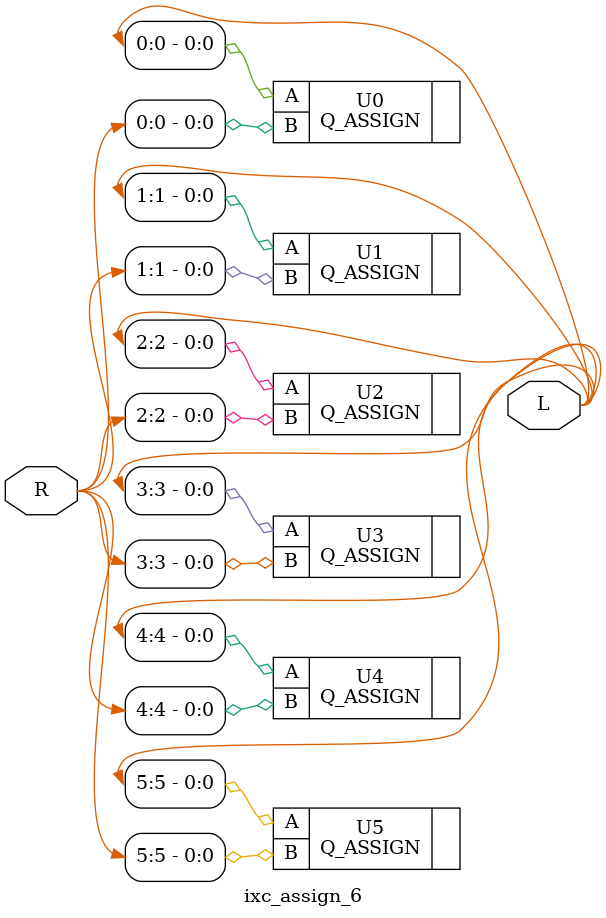
<source format=v>

`ifndef _2_                      
`ifdef CBV                      
`define _2_                      
`else                      
`define _2_ (* _2_state_ *)                      
`endif                      
`endif

module ixc_assign_6 ( L, R);
// pragma CVASTRPROP MODULE HDLICE HDL_MODULE_ATTRIBUTE "0 vlog"
output [5:0] L;
input [5:0] R;
Q_ASSIGN U0 ( .B(R[0]), .A(L[0]));
Q_ASSIGN U1 ( .B(R[1]), .A(L[1]));
Q_ASSIGN U2 ( .B(R[2]), .A(L[2]));
Q_ASSIGN U3 ( .B(R[3]), .A(L[3]));
Q_ASSIGN U4 ( .B(R[4]), .A(L[4]));
Q_ASSIGN U5 ( .B(R[5]), .A(L[5]));
// pragma CVASTRPROP MODULE HDLICE HDL_TEMPLATE "ixc_assign"
// pragma CVASTRPROP MODULE HDLICE HDL_TEMPLATE_LIB "IXCOM_TEMP_LIBRARY"
endmodule

</source>
